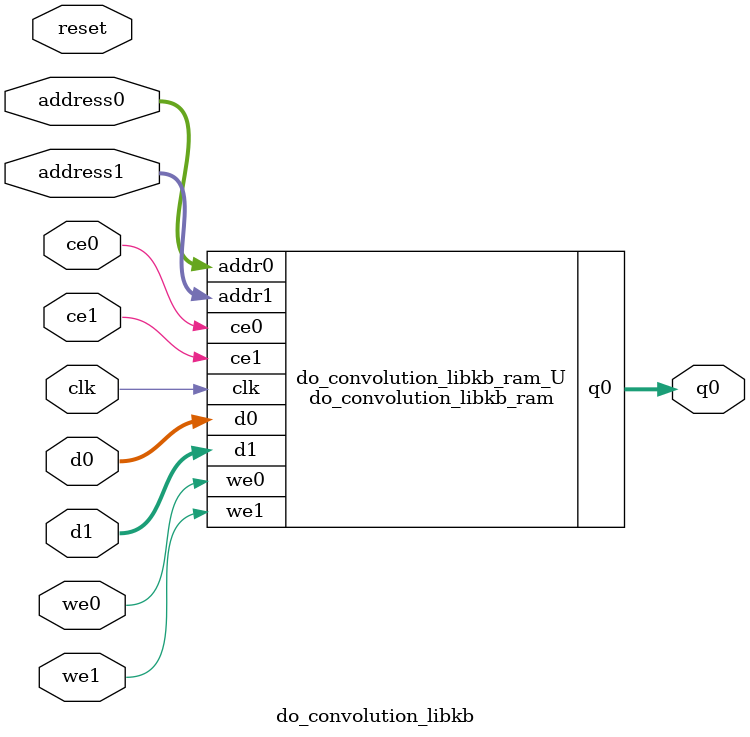
<source format=v>

`timescale 1 ns / 1 ps
module do_convolution_libkb_ram (addr0, ce0, d0, we0, q0, addr1, ce1, d1, we1,  clk);

parameter DWIDTH = 32;
parameter AWIDTH = 3;
parameter MEM_SIZE = 5;

input[AWIDTH-1:0] addr0;
input ce0;
input[DWIDTH-1:0] d0;
input we0;
output reg[DWIDTH-1:0] q0;
input[AWIDTH-1:0] addr1;
input ce1;
input[DWIDTH-1:0] d1;
input we1;
input clk;

(* ram_style = "block" *)reg [DWIDTH-1:0] ram[0:MEM_SIZE-1];




always @(posedge clk)  
begin 
    if (ce0) 
    begin
        if (we0) 
        begin 
            ram[addr0] <= d0; 
            q0 <= d0;
        end 
        else 
            q0 <= ram[addr0];
    end
end


always @(posedge clk)  
begin 
    if (ce1) 
    begin
        if (we1) 
        begin 
            ram[addr1] <= d1; 
        end 
    end
end


endmodule


`timescale 1 ns / 1 ps
module do_convolution_libkb(
    reset,
    clk,
    address0,
    ce0,
    we0,
    d0,
    q0,
    address1,
    ce1,
    we1,
    d1);

parameter DataWidth = 32'd32;
parameter AddressRange = 32'd5;
parameter AddressWidth = 32'd3;
input reset;
input clk;
input[AddressWidth - 1:0] address0;
input ce0;
input we0;
input[DataWidth - 1:0] d0;
output[DataWidth - 1:0] q0;
input[AddressWidth - 1:0] address1;
input ce1;
input we1;
input[DataWidth - 1:0] d1;



do_convolution_libkb_ram do_convolution_libkb_ram_U(
    .clk( clk ),
    .addr0( address0 ),
    .ce0( ce0 ),
    .d0( d0 ),
    .we0( we0 ),
    .q0( q0 ),
    .addr1( address1 ),
    .ce1( ce1 ),
    .d1( d1 ),
    .we1( we1 ));

endmodule


</source>
